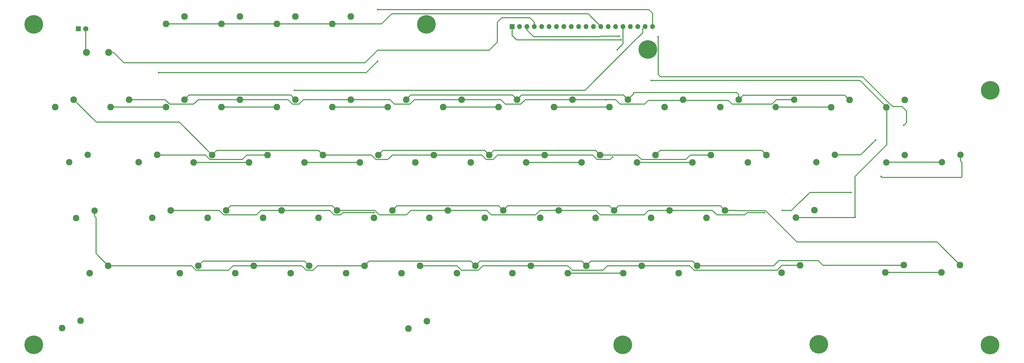
<source format=gbr>
G04 #@! TF.GenerationSoftware,KiCad,Pcbnew,(5.1.5)-3*
G04 #@! TF.CreationDate,2020-11-27T12:25:16-06:00*
G04 #@! TF.ProjectId,vic2020keyboard,76696332-3032-4306-9b65-79626f617264,rev?*
G04 #@! TF.SameCoordinates,Original*
G04 #@! TF.FileFunction,Copper,L1,Top*
G04 #@! TF.FilePolarity,Positive*
%FSLAX46Y46*%
G04 Gerber Fmt 4.6, Leading zero omitted, Abs format (unit mm)*
G04 Created by KiCad (PCBNEW (5.1.5)-3) date 2020-11-27 12:25:16*
%MOMM*%
%LPD*%
G04 APERTURE LIST*
%ADD10C,2.200000*%
%ADD11O,2.400000X2.400000*%
%ADD12C,2.400000*%
%ADD13C,1.800000*%
%ADD14R,1.800000X1.800000*%
%ADD15C,6.400000*%
%ADD16C,2.286000*%
%ADD17O,1.700000X1.700000*%
%ADD18R,1.700000X1.700000*%
%ADD19C,0.600000*%
%ADD20C,0.375000*%
G04 APERTURE END LIST*
D10*
X310550000Y-140940000D03*
X316900000Y-138400000D03*
X56150000Y-160140000D03*
X62500000Y-157600000D03*
X53750000Y-140940000D03*
X60100000Y-138400000D03*
D11*
X59690000Y-103124000D03*
D12*
X67310000Y-103124000D03*
D13*
X59436000Y-94996000D03*
D14*
X56896000Y-94996000D03*
D15*
X176530000Y-93472000D03*
X252603000Y-102108000D03*
X41529000Y-203708000D03*
X311404000Y-203581000D03*
X41529000Y-93472000D03*
X243967000Y-203708000D03*
X370205000Y-203835000D03*
X370332000Y-116205000D03*
D10*
X296545000Y-121920000D03*
X302895000Y-119380000D03*
D16*
X321945000Y-119507000D03*
X315595000Y-122047000D03*
D17*
X254254000Y-94234000D03*
X251714000Y-94234000D03*
X249174000Y-94234000D03*
X246634000Y-94234000D03*
X244094000Y-94234000D03*
X241554000Y-94234000D03*
X239014000Y-94234000D03*
X236474000Y-94234000D03*
X233934000Y-94234000D03*
X231394000Y-94234000D03*
X228854000Y-94234000D03*
X226314000Y-94234000D03*
X223774000Y-94234000D03*
X221234000Y-94234000D03*
X218694000Y-94234000D03*
X216154000Y-94234000D03*
X213614000Y-94234000D03*
X211074000Y-94234000D03*
X208534000Y-94234000D03*
D18*
X205994000Y-94234000D03*
D10*
X353750000Y-140940000D03*
X360100000Y-138400000D03*
X334550000Y-141040000D03*
X340900000Y-138500000D03*
D16*
X245745000Y-119380000D03*
X239395000Y-121920000D03*
X74295000Y-119380000D03*
X67945000Y-121920000D03*
X93345000Y-119380000D03*
X86995000Y-121920000D03*
X112395000Y-119380000D03*
X106045000Y-121920000D03*
X131445000Y-119380000D03*
X125095000Y-121920000D03*
X150495000Y-119380000D03*
X144145000Y-121920000D03*
X169545000Y-119380000D03*
X163195000Y-121920000D03*
X188595000Y-119380000D03*
X182245000Y-121920000D03*
X207645000Y-119380000D03*
X201295000Y-121920000D03*
X226695000Y-119380000D03*
X220345000Y-121920000D03*
X264740000Y-119420000D03*
X258390000Y-121960000D03*
X283845000Y-119380000D03*
X277495000Y-121920000D03*
X274320000Y-138430000D03*
X267970000Y-140970000D03*
X293370000Y-138430000D03*
X287020000Y-140970000D03*
X260032000Y-157480000D03*
X253682000Y-160020000D03*
X279082000Y-157480000D03*
X272732000Y-160020000D03*
X55245000Y-119380000D03*
X48895000Y-121920000D03*
X231458000Y-176530000D03*
X225108000Y-179070000D03*
X250508000Y-176530000D03*
X244158000Y-179070000D03*
X269558000Y-176530000D03*
X263208000Y-179070000D03*
X88582500Y-157480000D03*
X82232500Y-160020000D03*
X174308000Y-176530000D03*
X167958000Y-179070000D03*
X136208000Y-176530000D03*
X129858000Y-179070000D03*
X126682000Y-157480000D03*
X120332000Y-160020000D03*
X121920000Y-138430000D03*
X115570000Y-140970000D03*
X145732000Y-157480000D03*
X139382000Y-160020000D03*
X164782000Y-157480000D03*
X158432000Y-160020000D03*
X183832000Y-157480000D03*
X177482000Y-160020000D03*
X217170000Y-138430000D03*
X210820000Y-140970000D03*
X202882000Y-157480000D03*
X196532000Y-160020000D03*
X221932000Y-157480000D03*
X215582000Y-160020000D03*
X240982000Y-157480000D03*
X234632000Y-160020000D03*
X212408000Y-176530000D03*
X206058000Y-179070000D03*
X193358000Y-176530000D03*
X187008000Y-179070000D03*
X236220000Y-138430000D03*
X229870000Y-140970000D03*
X255270000Y-138430000D03*
X248920000Y-140970000D03*
X83940000Y-138420000D03*
X77590000Y-140960000D03*
X140970000Y-138430000D03*
X134620000Y-140970000D03*
X107632000Y-157480000D03*
X101282000Y-160020000D03*
X160020000Y-138430000D03*
X153670000Y-140970000D03*
X198120000Y-138430000D03*
X191770000Y-140970000D03*
X155258000Y-176530000D03*
X148908000Y-179070000D03*
X102870000Y-138430000D03*
X96520000Y-140970000D03*
X117158000Y-176530000D03*
X110808000Y-179070000D03*
X179070000Y-138430000D03*
X172720000Y-140970000D03*
X98107500Y-176530000D03*
X91757500Y-179070000D03*
X67151200Y-176530000D03*
X60801200Y-179070000D03*
X57658000Y-195453000D03*
X51308000Y-197993000D03*
X93345000Y-90805000D03*
X86995000Y-93345000D03*
X112395000Y-90805000D03*
X106045000Y-93345000D03*
X131445000Y-90805000D03*
X125095000Y-93345000D03*
X150495000Y-90805000D03*
X144145000Y-93345000D03*
X309840000Y-157420000D03*
X303490000Y-159960000D03*
X176689000Y-195580000D03*
X170339000Y-198120000D03*
X340940000Y-119507000D03*
X334590000Y-122047000D03*
X359918000Y-176276000D03*
X353568000Y-178816000D03*
X340614000Y-176276000D03*
X334264000Y-178816000D03*
X304927000Y-176403000D03*
X298577000Y-178943000D03*
D19*
X242090000Y-102189500D03*
X238252000Y-119380000D03*
X84486599Y-110077401D03*
X159766000Y-88392000D03*
X159766000Y-106172000D03*
X131155000Y-116174600D03*
X332824001Y-145867501D03*
X240495200Y-139157500D03*
X292764300Y-158293700D03*
X298831000Y-157480000D03*
X322500000Y-151300000D03*
X158439300Y-158290300D03*
X253803500Y-112801300D03*
X323850000Y-159893000D03*
X256206100Y-97710100D03*
X242824000Y-97536000D03*
X330900000Y-133300000D03*
X340550000Y-128250000D03*
X243358200Y-98830600D03*
D20*
X283200000Y-117000000D02*
X247672400Y-117000000D01*
X247031200Y-118093800D02*
X245745000Y-119380000D01*
X283845000Y-119380000D02*
X285355000Y-117870000D01*
X285355000Y-117870000D02*
X320308000Y-117870000D01*
X320308000Y-117870000D02*
X321945000Y-119507000D01*
X207645000Y-119380000D02*
X209177900Y-117847100D01*
X209177900Y-117847100D02*
X244212100Y-117847100D01*
X244212100Y-117847100D02*
X245745000Y-119380000D01*
X169545000Y-119380000D02*
X171075900Y-117849100D01*
X171075900Y-117849100D02*
X206114100Y-117849100D01*
X206114100Y-117849100D02*
X207645000Y-119380000D01*
X93345000Y-119380000D02*
X94875900Y-117849100D01*
X94875900Y-117849100D02*
X129914100Y-117849100D01*
X129914100Y-117849100D02*
X131445000Y-119380000D01*
X283845000Y-117645000D02*
X283845000Y-119380000D01*
X283200000Y-117000000D02*
X283845000Y-117645000D01*
X247672400Y-117452600D02*
X246887999Y-118237001D01*
X246887999Y-118237001D02*
X245745000Y-119380000D01*
X247672400Y-117000000D02*
X247672400Y-117452600D01*
X244094000Y-94234000D02*
X244094000Y-95471800D01*
X242090000Y-102189500D02*
X244094000Y-100185500D01*
X244094000Y-100185500D02*
X244094000Y-95471800D01*
X220345000Y-121920000D02*
X239395000Y-121920000D01*
X229870000Y-140970000D02*
X210820000Y-140970000D01*
X264922000Y-119634000D02*
X280265400Y-119634000D01*
X280265400Y-119634000D02*
X281602600Y-120971200D01*
X281602600Y-120971200D02*
X295268700Y-120971200D01*
X295268700Y-120971200D02*
X296859900Y-119380000D01*
X296859900Y-119380000D02*
X302895000Y-119380000D01*
X226695000Y-119380000D02*
X238252000Y-119380000D01*
X241493500Y-119380000D02*
X243024400Y-120910900D01*
X243024400Y-120910900D02*
X251482800Y-120910900D01*
X251482800Y-120910900D02*
X252759700Y-119634000D01*
X252759700Y-119634000D02*
X264922000Y-119634000D01*
X188595000Y-119406800D02*
X172374600Y-119406800D01*
X172374600Y-119406800D02*
X170864400Y-120917000D01*
X170864400Y-120917000D02*
X165460400Y-120917000D01*
X165460400Y-120917000D02*
X163950200Y-119406800D01*
X163950200Y-119406800D02*
X150495000Y-119406800D01*
X226695000Y-119380000D02*
X210501400Y-119380000D01*
X210501400Y-119380000D02*
X208964400Y-120917000D01*
X208964400Y-120917000D02*
X203560400Y-120917000D01*
X203560400Y-120917000D02*
X202050200Y-119406800D01*
X202050200Y-119406800D02*
X188595000Y-119406800D01*
X188595000Y-119380000D02*
X188595000Y-119406800D01*
X150495000Y-119406800D02*
X134274600Y-119406800D01*
X134274600Y-119406800D02*
X132764400Y-120917000D01*
X132764400Y-120917000D02*
X130442000Y-120917000D01*
X130442000Y-120917000D02*
X128905000Y-119380000D01*
X128905000Y-119380000D02*
X112395000Y-119380000D01*
X150495000Y-119380000D02*
X150495000Y-119406800D01*
X112395000Y-119380000D02*
X98112400Y-119380000D01*
X98112400Y-119380000D02*
X96536800Y-120955600D01*
X96536800Y-120955600D02*
X88256100Y-120955600D01*
X88256100Y-120955600D02*
X86680500Y-119380000D01*
X86680500Y-119380000D02*
X74295000Y-119380000D01*
X238252000Y-119380000D02*
X241493500Y-119380000D01*
X86995000Y-121920000D02*
X67945000Y-121920000D01*
X254254000Y-94234000D02*
X254254000Y-93031919D01*
X254254000Y-93031919D02*
X254254000Y-89662000D01*
X254254000Y-89662000D02*
X252984000Y-88392000D01*
X252984000Y-88392000D02*
X159766000Y-88392000D01*
X84486599Y-110077401D02*
X155860599Y-110077401D01*
X155860599Y-110077401D02*
X159766000Y-106172000D01*
X159766000Y-88392000D02*
X159766000Y-88392000D01*
X159766000Y-106172000D02*
X159766000Y-106172000D01*
X131155000Y-116174600D02*
X229077700Y-116174600D01*
X125095000Y-121920000D02*
X106045000Y-121920000D01*
X115570000Y-140970000D02*
X96520000Y-140970000D01*
X250864001Y-95083999D02*
X250864001Y-96432001D01*
X251714000Y-94234000D02*
X250864001Y-95083999D01*
X249015499Y-98280503D02*
X248937497Y-98280503D01*
X250864001Y-96432001D02*
X249015499Y-98280503D01*
X231043400Y-116174600D02*
X229077700Y-116174600D01*
X248937497Y-98280503D02*
X231043400Y-116174600D01*
X163195000Y-121920000D02*
X144145000Y-121920000D01*
X153670000Y-140970000D02*
X134620000Y-140970000D01*
X201295000Y-121920000D02*
X182245000Y-121920000D01*
X244158000Y-179070000D02*
X225108000Y-179070000D01*
X267970000Y-140970000D02*
X248920000Y-140970000D01*
X296545000Y-121920000D02*
X315468000Y-121920000D01*
X315468000Y-121920000D02*
X315595000Y-122047000D01*
X334650000Y-140940000D02*
X334550000Y-141040000D01*
X353750000Y-140940000D02*
X334650000Y-140940000D01*
X274320000Y-138443300D02*
X267201400Y-138443300D01*
X267201400Y-138443300D02*
X265675700Y-139969000D01*
X265675700Y-139969000D02*
X250459000Y-139969000D01*
X250459000Y-139969000D02*
X248920000Y-138430000D01*
X248920000Y-138430000D02*
X236220000Y-138430000D01*
X274320000Y-138430000D02*
X274320000Y-138443300D01*
X198120000Y-138430000D02*
X199695800Y-136854200D01*
X199695800Y-136854200D02*
X234644200Y-136854200D01*
X234644200Y-136854200D02*
X236220000Y-138430000D01*
X198120000Y-138430000D02*
X196589100Y-136899100D01*
X196589100Y-136899100D02*
X161550900Y-136899100D01*
X161550900Y-136899100D02*
X160020000Y-138430000D01*
X83820000Y-138430000D02*
X100551600Y-138430000D01*
X100551600Y-138430000D02*
X102093300Y-139971700D01*
X102093300Y-139971700D02*
X113284600Y-139971700D01*
X113284600Y-139971700D02*
X114826300Y-138430000D01*
X114826300Y-138430000D02*
X121920000Y-138430000D01*
X333124000Y-146167500D02*
X360367500Y-146167500D01*
X332824001Y-145867501D02*
X333124000Y-146167500D01*
X360367500Y-146167500D02*
X360600000Y-145935000D01*
X360600000Y-145935000D02*
X360600000Y-141000000D01*
X360100000Y-140500000D02*
X360100000Y-138400000D01*
X360600000Y-141000000D02*
X360100000Y-140500000D01*
X102870000Y-138430000D02*
X91593100Y-127153100D01*
X91593100Y-127153100D02*
X63018100Y-127153100D01*
X63018100Y-127153100D02*
X55245000Y-119380000D01*
X102870000Y-138430000D02*
X104416300Y-136883700D01*
X104416300Y-136883700D02*
X139423700Y-136883700D01*
X139423700Y-136883700D02*
X140970000Y-138430000D01*
X240495200Y-139157500D02*
X239685800Y-139966900D01*
X239685800Y-139966900D02*
X235216900Y-139966900D01*
X235216900Y-139966900D02*
X233680000Y-138430000D01*
X233680000Y-138430000D02*
X217170000Y-138430000D01*
X217170000Y-138430000D02*
X200976400Y-138430000D01*
X200976400Y-138430000D02*
X199439400Y-139967000D01*
X199439400Y-139967000D02*
X197117000Y-139967000D01*
X197117000Y-139967000D02*
X195580000Y-138430000D01*
X195580000Y-138430000D02*
X179070000Y-138430000D01*
X293370000Y-138430000D02*
X291826100Y-136886100D01*
X291826100Y-136886100D02*
X256813900Y-136886100D01*
X256813900Y-136886100D02*
X255270000Y-138430000D01*
X140970000Y-138430000D02*
X157596400Y-138430000D01*
X157596400Y-138430000D02*
X159172000Y-140005600D01*
X159172000Y-140005600D02*
X163211800Y-140005600D01*
X163211800Y-140005600D02*
X164787400Y-138430000D01*
X164787400Y-138430000D02*
X179070000Y-138430000D01*
X260032000Y-157480000D02*
X274830500Y-157480000D01*
X274830500Y-157480000D02*
X276393700Y-159043200D01*
X276393700Y-159043200D02*
X286000000Y-159043200D01*
X286000000Y-159043200D02*
X286749500Y-158293700D01*
X286749500Y-158293700D02*
X292764300Y-158293700D01*
X221932000Y-157506800D02*
X234658800Y-157506800D01*
X234658800Y-157506800D02*
X236171000Y-159019000D01*
X236171000Y-159019000D02*
X251360100Y-159019000D01*
X251360100Y-159019000D02*
X252899100Y-157480000D01*
X252899100Y-157480000D02*
X260032000Y-157480000D01*
X145732000Y-157480000D02*
X158838400Y-157480000D01*
X158838400Y-157480000D02*
X160375400Y-159017000D01*
X160375400Y-159017000D02*
X169648700Y-159017000D01*
X169648700Y-159017000D02*
X171158900Y-157506800D01*
X171158900Y-157506800D02*
X183832000Y-157506800D01*
X221932000Y-157506800D02*
X215555200Y-157506800D01*
X215555200Y-157506800D02*
X214043000Y-159019000D01*
X214043000Y-159019000D02*
X198799400Y-159019000D01*
X198799400Y-159019000D02*
X197287200Y-157506800D01*
X197287200Y-157506800D02*
X183832000Y-157506800D01*
X183832000Y-157480000D02*
X183832000Y-157506800D01*
X221932000Y-157480000D02*
X221932000Y-157506800D01*
X107632000Y-157480000D02*
X109178700Y-155933300D01*
X109178700Y-155933300D02*
X144185300Y-155933300D01*
X144185300Y-155933300D02*
X145732000Y-157480000D01*
X298831000Y-157480000D02*
X302020000Y-157480000D01*
X304800000Y-154700000D02*
X304900000Y-154700000D01*
X304800000Y-154700000D02*
X305100000Y-154400000D01*
X302020000Y-157480000D02*
X304800000Y-154700000D01*
X304900000Y-154700000D02*
X308300000Y-151300000D01*
X308300000Y-151300000D02*
X322500000Y-151300000D01*
X322500000Y-151300000D02*
X322500000Y-151300000D01*
X240982000Y-157480000D02*
X242513300Y-155948700D01*
X242513300Y-155948700D02*
X277550700Y-155948700D01*
X277550700Y-155948700D02*
X279082000Y-157480000D01*
X240982000Y-157480000D02*
X239451100Y-155949100D01*
X239451100Y-155949100D02*
X204412900Y-155949100D01*
X204412900Y-155949100D02*
X202882000Y-157480000D01*
X164782000Y-157480000D02*
X166321100Y-155940900D01*
X166321100Y-155940900D02*
X201342900Y-155940900D01*
X201342900Y-155940900D02*
X202882000Y-157480000D01*
X158439300Y-158290300D02*
X147778100Y-158290300D01*
X147778100Y-158290300D02*
X147051400Y-159017000D01*
X147051400Y-159017000D02*
X144729000Y-159017000D01*
X144729000Y-159017000D02*
X143192000Y-157480000D01*
X143192000Y-157480000D02*
X126682000Y-157480000D01*
X88582500Y-157480000D02*
X105313600Y-157480000D01*
X105313600Y-157480000D02*
X106855300Y-159021700D01*
X106855300Y-159021700D02*
X118046200Y-159021700D01*
X118046200Y-159021700D02*
X119587900Y-157480000D01*
X119587900Y-157480000D02*
X126682000Y-157480000D01*
X358775001Y-175133001D02*
X358775001Y-175075001D01*
X359918000Y-176276000D02*
X358775001Y-175133001D01*
X293094301Y-157606199D02*
X283393801Y-157606199D01*
X303861701Y-168373599D02*
X293094301Y-157606199D01*
X359918000Y-176276000D02*
X352015599Y-168373599D01*
X352015599Y-168373599D02*
X303861701Y-168373599D01*
X283267602Y-157480000D02*
X278720000Y-157480000D01*
X283393801Y-157606199D02*
X283267602Y-157480000D01*
X278720000Y-157480000D02*
X279082000Y-157480000D01*
X67151200Y-176530000D02*
X62992000Y-172370800D01*
X62992000Y-172370800D02*
X62992000Y-160020000D01*
X117158000Y-176530000D02*
X110034400Y-176530000D01*
X110034400Y-176530000D02*
X108492700Y-178071700D01*
X108492700Y-178071700D02*
X97330800Y-178071700D01*
X97330800Y-178071700D02*
X95852100Y-176593000D01*
X95852100Y-176593000D02*
X67214200Y-176593000D01*
X67214200Y-176593000D02*
X67151200Y-176530000D01*
X340614000Y-176276000D02*
X340480100Y-176409900D01*
X340480100Y-176409900D02*
X312784900Y-176409900D01*
X312784900Y-176409900D02*
X311199200Y-174824200D01*
X311199200Y-174824200D02*
X297582500Y-174824200D01*
X297582500Y-174824200D02*
X295876700Y-176530000D01*
X295876700Y-176530000D02*
X269558000Y-176530000D01*
X269558000Y-176530000D02*
X268027100Y-174999100D01*
X268027100Y-174999100D02*
X232988900Y-174999100D01*
X232988900Y-174999100D02*
X231458000Y-176530000D01*
X231458000Y-176530000D02*
X229927100Y-174999100D01*
X229927100Y-174999100D02*
X194888900Y-174999100D01*
X194888900Y-174999100D02*
X193358000Y-176530000D01*
X155258000Y-176530000D02*
X156788900Y-174999100D01*
X156788900Y-174999100D02*
X191827100Y-174999100D01*
X191827100Y-174999100D02*
X193358000Y-176530000D01*
X117158000Y-176530000D02*
X133668000Y-176530000D01*
X133668000Y-176530000D02*
X135205000Y-178067000D01*
X135205000Y-178067000D02*
X137527400Y-178067000D01*
X137527400Y-178067000D02*
X139064400Y-176530000D01*
X139064400Y-176530000D02*
X155258000Y-176530000D01*
X62500000Y-159528000D02*
X62500000Y-157600000D01*
X62992000Y-160020000D02*
X62500000Y-159528000D01*
X136208000Y-176530000D02*
X134612300Y-174934300D01*
X134612300Y-174934300D02*
X99703200Y-174934300D01*
X99703200Y-174934300D02*
X98107500Y-176530000D01*
X304927000Y-176403000D02*
X298704000Y-176403000D01*
X298704000Y-176403000D02*
X297040100Y-178066900D01*
X297040100Y-178066900D02*
X268554900Y-178066900D01*
X268554900Y-178066900D02*
X267018000Y-176530000D01*
X267018000Y-176530000D02*
X250508000Y-176530000D01*
X212408000Y-176556800D02*
X225134800Y-176556800D01*
X225134800Y-176556800D02*
X226638900Y-178060900D01*
X226638900Y-178060900D02*
X237205500Y-178060900D01*
X237205500Y-178060900D02*
X238736400Y-176530000D01*
X238736400Y-176530000D02*
X250508000Y-176530000D01*
X174308000Y-176530000D02*
X187008000Y-176530000D01*
X187008000Y-176530000D02*
X188547000Y-178069000D01*
X188547000Y-178069000D02*
X194359000Y-178069000D01*
X194359000Y-178069000D02*
X195871200Y-176556800D01*
X195871200Y-176556800D02*
X212408000Y-176556800D01*
X212408000Y-176530000D02*
X212408000Y-176556800D01*
X334772000Y-122047000D02*
X325526300Y-112801300D01*
X325526300Y-112801300D02*
X253803500Y-112801300D01*
X334772000Y-122047000D02*
X334772000Y-134873100D01*
X334772000Y-134873100D02*
X323850000Y-145795100D01*
X323850000Y-145795100D02*
X323850000Y-159893000D01*
X106045000Y-93345000D02*
X86995000Y-93345000D01*
X125095000Y-93345000D02*
X106045000Y-93345000D01*
X144145000Y-93345000D02*
X125095000Y-93345000D01*
X334264000Y-178816000D02*
X353568000Y-178816000D01*
X164581400Y-89881600D02*
X232121600Y-89881600D01*
X232121600Y-89881600D02*
X236474000Y-94234000D01*
X144145000Y-93345000D02*
X161118000Y-93345000D01*
X161118000Y-93345000D02*
X164581400Y-89881600D01*
X323850000Y-159893000D02*
X323850000Y-159893000D01*
X323783000Y-159960000D02*
X323850000Y-159893000D01*
X303490000Y-159960000D02*
X323783000Y-159960000D01*
X256206100Y-98217200D02*
X256206100Y-110723900D01*
X256206100Y-110723900D02*
X256995100Y-111512900D01*
X256995100Y-111512900D02*
X326473900Y-111512900D01*
X326473900Y-111512900D02*
X336303700Y-121342700D01*
X211074000Y-95436081D02*
X213360000Y-97722081D01*
X211074000Y-94234000D02*
X211074000Y-95436081D01*
X236152081Y-97722081D02*
X236338162Y-97536000D01*
X213360000Y-97722081D02*
X236152081Y-97722081D01*
X236338162Y-97536000D02*
X242824000Y-97536000D01*
X256206100Y-98217200D02*
X256206100Y-97710100D01*
X256206100Y-97710100D02*
X256206100Y-97710100D01*
X242824000Y-97536000D02*
X242824000Y-97536000D01*
X316900000Y-138400000D02*
X325800000Y-138400000D01*
X325800000Y-138400000D02*
X330900000Y-133300000D01*
X330900000Y-133300000D02*
X330900000Y-133300000D01*
X336442700Y-121342700D02*
X336900000Y-121800000D01*
X336303700Y-121342700D02*
X336442700Y-121342700D01*
X336900000Y-121800000D02*
X340000000Y-121800000D01*
X340000000Y-121800000D02*
X341500000Y-123300000D01*
X341500000Y-123300000D02*
X341500000Y-127300000D01*
X341500000Y-127300000D02*
X340550000Y-128250000D01*
X340550000Y-128250000D02*
X340500000Y-128300000D01*
X205994000Y-97282000D02*
X205994000Y-94234000D01*
X243358200Y-98830600D02*
X207542600Y-98830600D01*
X207542600Y-98830600D02*
X205994000Y-97282000D01*
X213614000Y-92710000D02*
X213614000Y-94234000D01*
X212090000Y-91186000D02*
X213614000Y-92710000D01*
X202438000Y-91186000D02*
X212090000Y-91186000D01*
X200914000Y-92710000D02*
X202438000Y-91186000D01*
X200914000Y-99568000D02*
X200914000Y-92710000D01*
X69007056Y-103124000D02*
X72563056Y-106680000D01*
X155448000Y-106680000D02*
X159766000Y-102362000D01*
X67310000Y-103124000D02*
X69007056Y-103124000D01*
X198120000Y-102362000D02*
X200914000Y-99568000D01*
X72563056Y-106680000D02*
X155448000Y-106680000D01*
X159766000Y-102362000D02*
X198120000Y-102362000D01*
X59436000Y-102870000D02*
X59690000Y-103124000D01*
X59436000Y-94996000D02*
X59436000Y-102870000D01*
M02*

</source>
